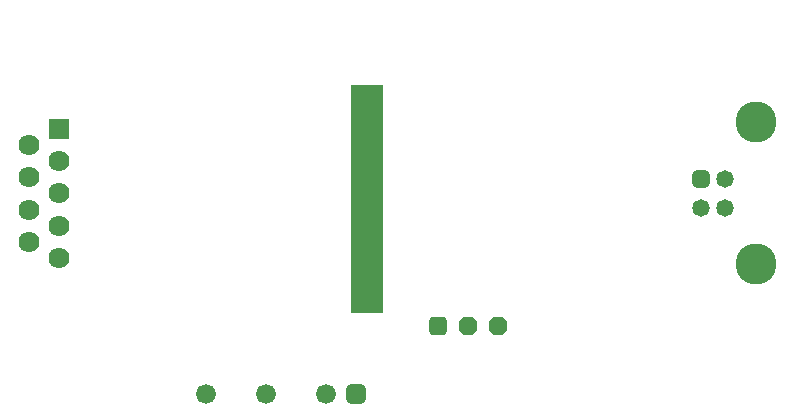
<source format=gbs>
G04*
G04 #@! TF.GenerationSoftware,Altium Limited,Altium Designer,24.3.1 (35)*
G04*
G04 Layer_Color=16711935*
%FSLAX25Y25*%
%MOIN*%
G70*
G04*
G04 #@! TF.SameCoordinates,DD41D466-AE5E-4816-99C6-3666686ED4B2*
G04*
G04*
G04 #@! TF.FilePolarity,Negative*
G04*
G01*
G75*
%ADD30R,0.10500X0.76000*%
%ADD50C,0.00315*%
%ADD51C,0.07008*%
%ADD52R,0.07008X0.07008*%
G04:AMPARAMS|DCode=53|XSize=62.21mil|YSize=62.21mil|CornerRadius=16.34mil|HoleSize=0mil|Usage=FLASHONLY|Rotation=0.000|XOffset=0mil|YOffset=0mil|HoleType=Round|Shape=RoundedRectangle|*
%AMROUNDEDRECTD53*
21,1,0.06221,0.02953,0,0,0.0*
21,1,0.02953,0.06221,0,0,0.0*
1,1,0.03268,0.01476,-0.01476*
1,1,0.03268,-0.01476,-0.01476*
1,1,0.03268,-0.01476,0.01476*
1,1,0.03268,0.01476,0.01476*
%
%ADD53ROUNDEDRECTD53*%
G04:AMPARAMS|DCode=54|XSize=62.21mil|YSize=62.21mil|CornerRadius=0mil|HoleSize=0mil|Usage=FLASHONLY|Rotation=0.000|XOffset=0mil|YOffset=0mil|HoleType=Round|Shape=Octagon|*
%AMOCTAGOND54*
4,1,8,0.03110,-0.01555,0.03110,0.01555,0.01555,0.03110,-0.01555,0.03110,-0.03110,0.01555,-0.03110,-0.01555,-0.01555,-0.03110,0.01555,-0.03110,0.03110,-0.01555,0.0*
%
%ADD54OCTAGOND54*%

%ADD55C,0.13701*%
%ADD56C,0.05827*%
G04:AMPARAMS|DCode=57|XSize=58.27mil|YSize=58.27mil|CornerRadius=15.35mil|HoleSize=0mil|Usage=FLASHONLY|Rotation=90.000|XOffset=0mil|YOffset=0mil|HoleType=Round|Shape=RoundedRectangle|*
%AMROUNDEDRECTD57*
21,1,0.05827,0.02756,0,0,90.0*
21,1,0.02756,0.05827,0,0,90.0*
1,1,0.03071,0.01378,0.01378*
1,1,0.03071,0.01378,-0.01378*
1,1,0.03071,-0.01378,-0.01378*
1,1,0.03071,-0.01378,0.01378*
%
%ADD57ROUNDEDRECTD57*%
%ADD58C,0.06614*%
G04:AMPARAMS|DCode=59|XSize=66.14mil|YSize=66.14mil|CornerRadius=17.32mil|HoleSize=0mil|Usage=FLASHONLY|Rotation=0.000|XOffset=0mil|YOffset=0mil|HoleType=Round|Shape=RoundedRectangle|*
%AMROUNDEDRECTD59*
21,1,0.06614,0.03150,0,0,0.0*
21,1,0.03150,0.06614,0,0,0.0*
1,1,0.03465,0.01575,-0.01575*
1,1,0.03465,-0.01575,-0.01575*
1,1,0.03465,-0.01575,0.01575*
1,1,0.03465,0.01575,0.01575*
%
%ADD59ROUNDEDRECTD59*%
D30*
X129921Y74803D02*
D03*
D50*
X22500Y27559D02*
D03*
Y125984D02*
D03*
X255906Y15748D02*
D03*
Y137795D02*
D03*
D51*
X17500Y60590D02*
D03*
Y71378D02*
D03*
Y82165D02*
D03*
Y92953D02*
D03*
X27500Y55197D02*
D03*
Y65984D02*
D03*
Y76772D02*
D03*
Y87559D02*
D03*
D52*
Y98347D02*
D03*
D53*
X153583Y32480D02*
D03*
D54*
X163583D02*
D03*
X173583D02*
D03*
D55*
X259842Y53150D02*
D03*
Y100394D02*
D03*
D56*
X249213Y71850D02*
D03*
Y81693D02*
D03*
X241339Y71850D02*
D03*
D57*
Y81693D02*
D03*
D58*
X96457Y9843D02*
D03*
X76457D02*
D03*
X116457D02*
D03*
D59*
X126457Y9843D02*
D03*
M02*

</source>
